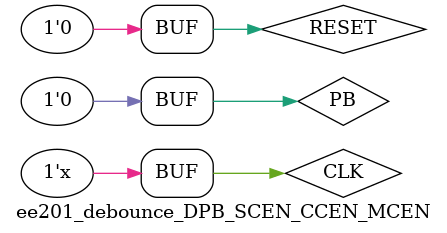
<source format=v>
`timescale 1ns / 1ps


module ee201_debounce_DPB_SCEN_CCEN_MCEN;

	// Inputs
	reg CLK;
	reg RESET;
	reg PB;

	// Outputs
	wire DPB;
	wire SCEN;
	wire MCEN;
	wire CCEN;

	// Instantiate the Unit Under Test (UUT)
	ee201_debouncer uut (
		.CLK(CLK), 
		.RESET(RESET), 
		.PB(PB), 
		.DPB(DPB), 
		.SCEN(SCEN), 
		.MCEN(MCEN), 
		.CCEN(CCEN)
	);
always begin
		#10;
		CLK = ~CLK;
	end
	
	initial begin
		// Initialize Inputs
		CLK = 0;
		RESET = 1;
		PB = 0;

		// Wait 100 ns for global reset to finish
		#10;
		RESET = 0;
		#5
		// Add stimulus here
      PB = 1;
		#1000
		PB = 0;
		// Add stimulus here

	end
      
endmodule


</source>
